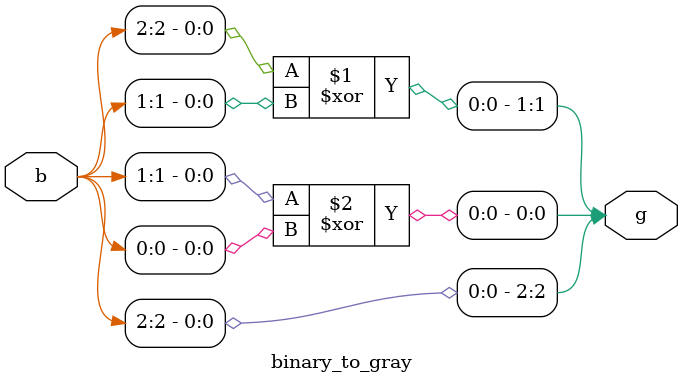
<source format=v>
module binary_to_gray( input[2:0] b, output[2:0] g );
      assign g[2] = b[2];
      assign g[1] = b[2]^b[1];
      assign g[0] = b[1]^b[0];
endmodule

</source>
